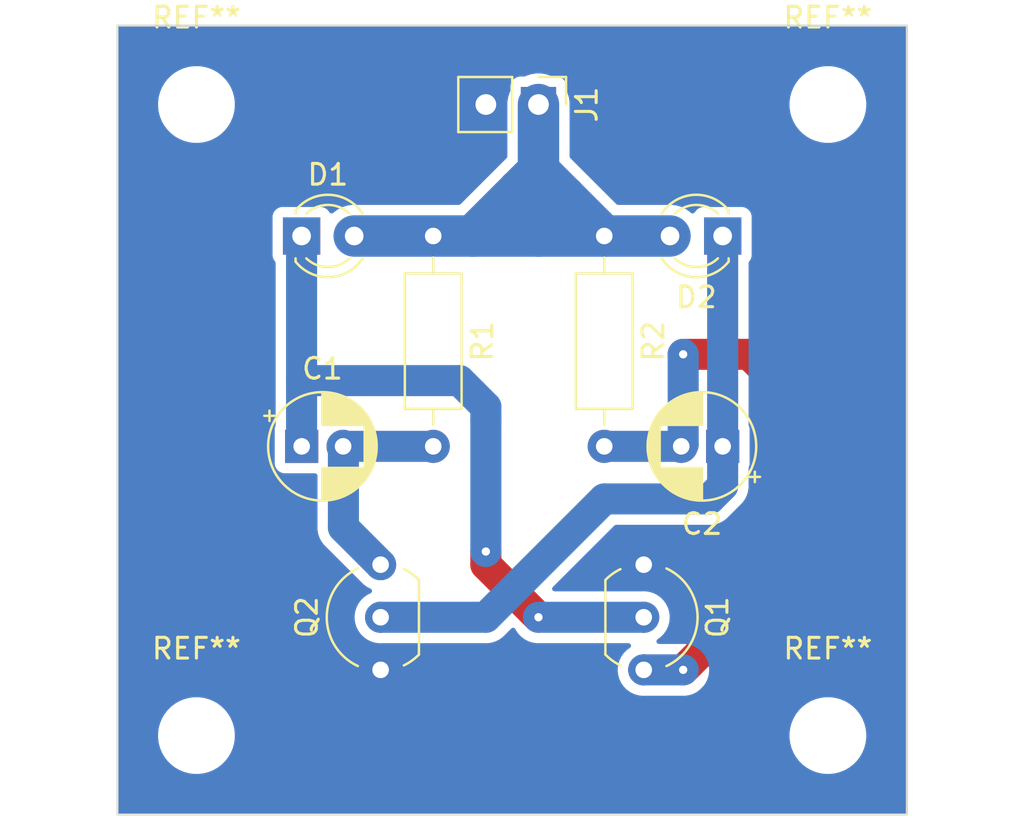
<source format=kicad_pcb>
(kicad_pcb (version 20240108) (generator "pcbnew") (generator_version "8.0")
  (layers (0 "F.Cu" signal) (31 "B.Cu" signal) (34 "B.Paste" user) (35 "F.Paste" user) (36 "B.SilkS" user "B.Silkscreen") (37 "F.SilkS" user "F.Silkscreen") (38 "B.Mask" user) (39 "F.Mask" user) (44 "Edge.Cuts" user))
  (net 0 "")
  (net 1 "Net-(D1-K)")
  (net 2 "Net-(Q2-B)")
  (net 3 "Net-(D2-K)")
  (net 4 "Net-(Q1-B)")
  (net 5 "VCC")
  (net 6 "GND")
  (footprint "MountingHole:MountingHole_3.2mm_M3" (layer "F.Cu") (at 181.61 110.49)
    (property "Reference" "REF**" (at 0 -4.2 0) (layer "F.SilkS"))
    (property "Value" "MountingHole_3.2mm_M3")
    (pad "" np_thru_hole circle (at 0 0) (size 3.2 3.2) (drill 3.2) (layers "F&B.Cu" "*.Mask"))
  )
  (footprint "Package_TO_SOT_THT:TO-92_Inline_Wide" (layer "F.Cu") (at 190.5 107.315 90)
    (property "Reference" "Q2" (at 2.54 -3.56 90) (layer "F.SilkS"))
    (property "Value" "2SC1815")
    (fp_line (start 0.74 1.85) (end 4.34 1.85) (stroke (width 0.12)) (layer "F.SilkS"))
    (fp_arc (start 2.54 -2.6) (mid 3.936979 -2.192818) (end 4.8964 -1.098807) (stroke (width 0.12)) (layer "F.SilkS"))
    (fp_arc (start 0.1836 -1.098807) (mid 1.143021 -2.192817) (end 2.54 -2.6) (stroke (width 0.12)) (layer "F.SilkS"))
    (fp_arc (start 4.864184 1.122795) (mid 4.633903 1.509328) (end 4.34 1.85) (stroke (width 0.12)) (layer "F.SilkS"))
    (fp_arc (start 0.74 1.85) (mid 0.446097 1.509328) (end 0.215816 1.122795) (stroke (width 0.12)) (layer "F.SilkS"))
    (pad "1" thru_hole rect (at 0 0 90) (size 1.5 1.5) (drill 0.8) (layers "*.Cu" "*.Mask") (net 6 "GND"))
    (pad "2" thru_hole circle (at 2.54 0 90) (size 1.5 1.5) (drill 0.8) (layers "*.Cu" "*.Mask") (net 3 "Net-(D2-K)"))
    (pad "3" thru_hole circle (at 5.08 0 90) (size 1.5 1.5) (drill 0.8) (layers "*.Cu" "*.Mask") (net 2 "Net-(Q2-B)"))
  )
  (footprint "LED_THT:LED_D3.0mm" (layer "F.Cu") (at 207.01 86.36 180)
    (property "Reference" "D2" (at 1.27 -2.96 360) (layer "F.SilkS"))
    (property "Value" "LED")
    (fp_line (start -0.29 1.08) (end -0.29 1.236) (stroke (width 0.12)) (layer "F.SilkS"))
    (fp_line (start -0.29 -1.236) (end -0.29 -1.08) (stroke (width 0.12)) (layer "F.SilkS"))
    (fp_arc (start 2.942335 1.078608) (mid 1.366487 1.987659) (end -0.29 1.235516) (stroke (width 0.12)) (layer "F.SilkS"))
    (fp_arc (start 2.31113 1.079837) (mid 1.270117 1.5) (end 0.229039 1.08) (stroke (width 0.12)) (layer "F.SilkS"))
    (fp_arc (start 0.229039 -1.08) (mid 1.270117 -1.5) (end 2.31113 -1.079837) (stroke (width 0.12)) (layer "F.SilkS"))
    (fp_arc (start -0.29 -1.235516) (mid 1.366487 -1.987659) (end 2.942335 -1.078608) (stroke (width 0.12)) (layer "F.SilkS"))
    (pad "1" thru_hole rect (at 0 0 180) (size 1.8 1.8) (drill 0.9) (layers "*.Cu" "*.Mask") (net 3 "Net-(D2-K)"))
    (pad "2" thru_hole circle (at 2.54 0 180) (size 1.8 1.8) (drill 0.9) (layers "*.Cu" "*.Mask") (net 5 "VCC"))
  )
  (footprint "MountingHole:MountingHole_3.2mm_M3" (layer "F.Cu") (at 212.09 110.49)
    (property "Reference" "REF**" (at 0 -4.2 0) (layer "F.SilkS"))
    (property "Value" "MountingHole_3.2mm_M3")
    (pad "" np_thru_hole circle (at 0 0) (size 3.2 3.2) (drill 3.2) (layers "F&B.Cu" "*.Mask"))
  )
  (footprint "Resistor_THT:R_Axial_DIN0207_L6.3mm_D2.5mm_P10.16mm_Horizontal" (layer "F.Cu") (at 193.04 86.36 -90)
    (property "Reference" "R1" (at 5.08 -2.37 90) (layer "F.SilkS"))
    (property "Value" "100k")
    (fp_line (start 1.81 1.37) (end 8.35 1.37) (stroke (width 0.12)) (layer "F.SilkS"))
    (fp_line (start 8.35 1.37) (end 8.35 -1.37) (stroke (width 0.12)) (layer "F.SilkS"))
    (fp_line (start 1.04 0) (end 1.81 0) (stroke (width 0.12)) (layer "F.SilkS"))
    (fp_line (start 9.12 0) (end 8.35 0) (stroke (width 0.12)) (layer "F.SilkS"))
    (fp_line (start 1.81 -1.37) (end 1.81 1.37) (stroke (width 0.12)) (layer "F.SilkS"))
    (fp_line (start 8.35 -1.37) (end 1.81 -1.37) (stroke (width 0.12)) (layer "F.SilkS"))
    (pad "1" thru_hole circle (at 0 0 270) (size 1.6 1.6) (drill 0.8) (layers "*.Cu" "*.Mask") (net 5 "VCC"))
    (pad "2" thru_hole oval (at 10.16 0 270) (size 1.6 1.6) (drill 0.8) (layers "*.Cu" "*.Mask") (net 2 "Net-(Q2-B)"))
  )
  (footprint "MountingHole:MountingHole_3.2mm_M3" (layer "F.Cu") (at 181.61 80.01)
    (property "Reference" "REF**" (at 0 -4.2 0) (layer "F.SilkS"))
    (property "Value" "MountingHole_3.2mm_M3")
    (pad "" np_thru_hole circle (at 0 0) (size 3.2 3.2) (drill 3.2) (layers "*.Cu" "*.Mask"))
  )
  (footprint "Capacitor_THT:CP_Radial_D5.0mm_P2.00mm" (layer "F.Cu") (at 207.01 96.52 180)
    (property "Reference" "C2" (at 1 -3.75 360) (layer "F.SilkS"))
    (property "Value" "100u")
    (fp_line (start 3.601 -0.284) (end 3.601 0.284) (stroke (width 0.12)) (layer "F.SilkS"))
    (fp_line (start 3.561 -0.518) (end 3.561 0.518) (stroke (width 0.12)) (layer "F.SilkS"))
    (fp_line (start 3.521 -0.677) (end 3.521 0.677) (stroke (width 0.12)) (layer "F.SilkS"))
    (fp_line (start 3.481 -0.805) (end 3.481 0.805) (stroke (width 0.12)) (layer "F.SilkS"))
    (fp_line (start 3.441 -0.915) (end 3.441 0.915) (stroke (width 0.12)) (layer "F.SilkS"))
    (fp_line (start 3.401 -1.011) (end 3.401 1.011) (stroke (width 0.12)) (layer "F.SilkS"))
    (fp_line (start 3.361 -1.098) (end 3.361 1.098) (stroke (width 0.12)) (layer "F.SilkS"))
    (fp_line (start 3.321 -1.178) (end 3.321 1.178) (stroke (width 0.12)) (layer "F.SilkS"))
    (fp_line (start 3.281 -1.251) (end 3.281 1.251) (stroke (width 0.12)) (layer "F.SilkS"))
    (fp_line (start 3.241 -1.319) (end 3.241 1.319) (stroke (width 0.12)) (layer "F.SilkS"))
    (fp_line (start 3.201 -1.383) (end 3.201 1.383) (stroke (width 0.12)) (layer "F.SilkS"))
    (fp_line (start 3.161 -1.443) (end 3.161 1.443) (stroke (width 0.12)) (layer "F.SilkS"))
    (fp_line (start 3.121 -1.5) (end 3.121 1.5) (stroke (width 0.12)) (layer "F.SilkS"))
    (fp_line (start 3.081 -1.554) (end 3.081 1.554) (stroke (width 0.12)) (layer "F.SilkS"))
    (fp_line (start 3.041 -1.605) (end 3.041 1.605) (stroke (width 0.12)) (layer "F.SilkS"))
    (fp_line (start 3.001 1.04) (end 3.001 1.653) (stroke (width 0.12)) (layer "F.SilkS"))
    (fp_line (start 3.001 -1.653) (end 3.001 -1.04) (stroke (width 0.12)) (layer "F.SilkS"))
    (fp_line (start 2.961 1.04) (end 2.961 1.699) (stroke (width 0.12)) (layer "F.SilkS"))
    (fp_line (start 2.961 -1.699) (end 2.961 -1.04) (stroke (width 0.12)) (layer "F.SilkS"))
    (fp_line (start 2.921 1.04) (end 2.921 1.743) (stroke (width 0.12)) (layer "F.SilkS"))
    (fp_line (start 2.921 -1.743) (end 2.921 -1.04) (stroke (width 0.12)) (layer "F.SilkS"))
    (fp_line (start 2.881 1.04) (end 2.881 1.785) (stroke (width 0.12)) (layer "F.SilkS"))
    (fp_line (start 2.881 -1.785) (end 2.881 -1.04) (stroke (width 0.12)) (layer "F.SilkS"))
    (fp_line (start 2.841 1.04) (end 2.841 1.826) (stroke (width 0.12)) (layer "F.SilkS"))
    (fp_line (start 2.841 -1.826) (end 2.841 -1.04) (stroke (width 0.12)) (layer "F.SilkS"))
    (fp_line (start 2.801 1.04) (end 2.801 1.864) (stroke (width 0.12)) (layer "F.SilkS"))
    (fp_line (start 2.801 -1.864) (end 2.801 -1.04) (stroke (width 0.12)) (layer "F.SilkS"))
    (fp_line (start 2.761 1.04) (end 2.761 1.901) (stroke (width 0.12)) (layer "F.SilkS"))
    (fp_line (start 2.761 -1.901) (end 2.761 -1.04) (stroke (width 0.12)) (layer "F.SilkS"))
    (fp_line (start 2.721 1.04) (end 2.721 1.937) (stroke (width 0.12)) (layer "F.SilkS"))
    (fp_line (start 2.721 -1.937) (end 2.721 -1.04) (stroke (width 0.12)) (layer "F.SilkS"))
    (fp_line (start 2.681 1.04) (end 2.681 1.971) (stroke (width 0.12)) (layer "F.SilkS"))
    (fp_line (start 2.681 -1.971) (end 2.681 -1.04) (stroke (width 0.12)) (layer "F.SilkS"))
    (fp_line (start 2.641 1.04) (end 2.641 2.004) (stroke (width 0.12)) (layer "F.SilkS"))
    (fp_line (start 2.641 -2.004) (end 2.641 -1.04) (stroke (width 0.12)) (layer "F.SilkS"))
    (fp_line (start 2.601 1.04) (end 2.601 2.035) (stroke (width 0.12)) (layer "F.SilkS"))
    (fp_line (start 2.601 -2.035) (end 2.601 -1.04) (stroke (width 0.12)) (layer "F.SilkS"))
    (fp_line (start 2.561 1.04) (end 2.561 2.065) (stroke (width 0.12)) (layer "F.SilkS"))
    (fp_line (start 2.561 -2.065) (end 2.561 -1.04) (stroke (width 0.12)) (layer "F.SilkS"))
    (fp_line (start 2.521 1.04) (end 2.521 2.095) (stroke (width 0.12)) (layer "F.SilkS"))
    (fp_line (start 2.521 -2.095) (end 2.521 -1.04) (stroke (width 0.12)) (layer "F.SilkS"))
    (fp_line (start 2.481 1.04) (end 2.481 2.122) (stroke (width 0.12)) (layer "F.SilkS"))
    (fp_line (start 2.481 -2.122) (end 2.481 -1.04) (stroke (width 0.12)) (layer "F.SilkS"))
    (fp_line (start 2.441 1.04) (end 2.441 2.149) (stroke (width 0.12)) (layer "F.SilkS"))
    (fp_line (start 2.441 -2.149) (end 2.441 -1.04) (stroke (width 0.12)) (layer "F.SilkS"))
    (fp_line (start 2.401 1.04) (end 2.401 2.175) (stroke (width 0.12)) (layer "F.SilkS"))
    (fp_line (start 2.401 -2.175) (end 2.401 -1.04) (stroke (width 0.12)) (layer "F.SilkS"))
    (fp_line (start 2.361 1.04) (end 2.361 2.2) (stroke (width 0.12)) (layer "F.SilkS"))
    (fp_line (start 2.361 -2.2) (end 2.361 -1.04) (stroke (width 0.12)) (layer "F.SilkS"))
    (fp_line (start 2.321 1.04) (end 2.321 2.224) (stroke (width 0.12)) (layer "F.SilkS"))
    (fp_line (start 2.321 -2.224) (end 2.321 -1.04) (stroke (width 0.12)) (layer "F.SilkS"))
    (fp_line (start 2.281 1.04) (end 2.281 2.247) (stroke (width 0.12)) (layer "F.SilkS"))
    (fp_line (start 2.281 -2.247) (end 2.281 -1.04) (stroke (width 0.12)) (layer "F.SilkS"))
    (fp_line (start 2.241 1.04) (end 2.241 2.268) (stroke (width 0.12)) (layer "F.SilkS"))
    (fp_line (start 2.241 -2.268) (end 2.241 -1.04) (stroke (width 0.12)) (layer "F.SilkS"))
    (fp_line (start 2.201 1.04) (end 2.201 2.29) (stroke (width 0.12)) (layer "F.SilkS"))
    (fp_line (start 2.201 -2.29) (end 2.201 -1.04) (stroke (width 0.12)) (layer "F.SilkS"))
    (fp_line (start 2.161 1.04) (end 2.161 2.31) (stroke (width 0.12)) (layer "F.SilkS"))
    (fp_line (start 2.161 -2.31) (end 2.161 -1.04) (stroke (width 0.12)) (layer "F.SilkS"))
    (fp_line (start 2.121 1.04) (end 2.121 2.329) (stroke (width 0.12)) (layer "F.SilkS"))
    (fp_line (start 2.121 -2.329) (end 2.121 -1.04) (stroke (width 0.12)) (layer "F.SilkS"))
    (fp_line (start 2.081 1.04) (end 2.081 2.348) (stroke (width 0.12)) (layer "F.SilkS"))
    (fp_line (start 2.081 -2.348) (end 2.081 -1.04) (stroke (width 0.12)) (layer "F.SilkS"))
    (fp_line (start 2.041 1.04) (end 2.041 2.365) (stroke (width 0.12)) (layer "F.SilkS"))
    (fp_line (start 2.041 -2.365) (end 2.041 -1.04) (stroke (width 0.12)) (layer "F.SilkS"))
    (fp_line (start 2.001 1.04) (end 2.001 2.382) (stroke (width 0.12)) (layer "F.SilkS"))
    (fp_line (start 2.001 -2.382) (end 2.001 -1.04) (stroke (width 0.12)) (layer "F.SilkS"))
    (fp_line (start 1.961 1.04) (end 1.961 2.398) (stroke (width 0.12)) (layer "F.SilkS"))
    (fp_line (start 1.961 -2.398) (end 1.961 -1.04) (stroke (width 0.12)) (layer "F.SilkS"))
    (fp_line (start 1.921 1.04) (end 1.921 2.414) (stroke (width 0.12)) (layer "F.SilkS"))
    (fp_line (start 1.921 -2.414) (end 1.921 -1.04) (stroke (width 0.12)) (layer "F.SilkS"))
    (fp_line (start 1.881 1.04) (end 1.881 2.428) (stroke (width 0.12)) (layer "F.SilkS"))
    (fp_line (start 1.881 -2.428) (end 1.881 -1.04) (stroke (width 0.12)) (layer "F.SilkS"))
    (fp_line (start 1.841 1.04) (end 1.841 2.442) (stroke (width 0.12)) (layer "F.SilkS"))
    (fp_line (start 1.841 -2.442) (end 1.841 -1.04) (stroke (width 0.12)) (layer "F.SilkS"))
    (fp_line (start 1.801 1.04) (end 1.801 2.455) (stroke (width 0.12)) (layer "F.SilkS"))
    (fp_line (start 1.801 -2.455) (end 1.801 -1.04) (stroke (width 0.12)) (layer "F.SilkS"))
    (fp_line (start 1.761 1.04) (end 1.761 2.468) (stroke (width 0.12)) (layer "F.SilkS"))
    (fp_line (start 1.761 -2.468) (end 1.761 -1.04) (stroke (width 0.12)) (layer "F.SilkS"))
    (fp_line (start 1.721 1.04) (end 1.721 2.48) (stroke (width 0.12)) (layer "F.SilkS"))
    (fp_line (start 1.721 -2.48) (end 1.721 -1.04) (stroke (width 0.12)) (layer "F.SilkS"))
    (fp_line (start 1.68 1.04) (end 1.68 2.491) (stroke (width 0.12)) (layer "F.SilkS"))
    (fp_line (start 1.68 -2.491) (end 1.68 -1.04) (stroke (width 0.12)) (layer "F.SilkS"))
    (fp_line (start 1.64 1.04) (end 1.64 2.501) (stroke (width 0.12)) (layer "F.SilkS"))
    (fp_line (start 1.64 -2.501) (end 1.64 -1.04) (stroke (width 0.12)) (layer "F.SilkS"))
    (fp_line (start 1.6 1.04) (end 1.6 2.511) (stroke (width 0.12)) (layer "F.SilkS"))
    (fp_line (start 1.6 -2.511) (end 1.6 -1.04) (stroke (width 0.12)) (layer "F.SilkS"))
    (fp_line (start 1.56 1.04) (end 1.56 2.52) (stroke (width 0.12)) (layer "F.SilkS"))
    (fp_line (start 1.56 -2.52) (end 1.56 -1.04) (stroke (width 0.12)) (layer "F.SilkS"))
    (fp_line (start 1.52 1.04) (end 1.52 2.528) (stroke (width 0.12)) (layer "F.SilkS"))
    (fp_line (start 1.52 -2.528) (end 1.52 -1.04) (stroke (width 0.12)) (layer "F.SilkS"))
    (fp_line (start 1.48 1.04) (end 1.48 2.536) (stroke (width 0.12)) (layer "F.SilkS"))
    (fp_line (start 1.48 -2.536) (end 1.48 -1.04) (stroke (width 0.12)) (layer "F.SilkS"))
    (fp_line (start 1.44 1.04) (end 1.44 2.543) (stroke (width 0.12)) (layer "F.SilkS"))
    (fp_line (start 1.44 -2.543) (end 1.44 -1.04) (stroke (width 0.12)) (layer "F.SilkS"))
    (fp_line (start 1.4 1.04) (end 1.4 2.55) (stroke (width 0.12)) (layer "F.SilkS"))
    (fp_line (start 1.4 -2.55) (end 1.4 -1.04) (stroke (width 0.12)) (layer "F.SilkS"))
    (fp_line (start 1.36 1.04) (end 1.36 2.556) (stroke (width 0.12)) (layer "F.SilkS"))
    (fp_line (start 1.36 -2.556) (end 1.36 -1.04) (stroke (width 0.12)) (layer "F.SilkS"))
    (fp_line (start 1.32 1.04) (end 1.32 2.561) (stroke (width 0.12)) (layer "F.SilkS"))
    (fp_line (start 1.32 -2.561) (end 1.32 -1.04) (stroke (width 0.12)) (layer "F.SilkS"))
    (fp_line (start 1.28 1.04) (end 1.28 2.565) (stroke (width 0.12)) (layer "F.SilkS"))
    (fp_line (start 1.28 -2.565) (end 1.28 -1.04) (stroke (width 0.12)) (layer "F.SilkS"))
    (fp_line (start 1.24 1.04) (end 1.24 2.569) (stroke (width 0.12)) (layer "F.SilkS"))
    (fp_line (start 1.24 -2.569) (end 1.24 -1.04) (stroke (width 0.12)) (layer "F.SilkS"))
    (fp_line (start 1.2 1.04) (end 1.2 2.573) (stroke (width 0.12)) (layer "F.SilkS"))
    (fp_line (start 1.2 -2.573) (end 1.2 -1.04) (stroke (width 0.12)) (layer "F.SilkS"))
    (fp_line (start 1.16 1.04) (end 1.16 2.576) (stroke (width 0.12)) (layer "F.SilkS"))
    (fp_line (start 1.16 -2.576) (end 1.16 -1.04) (stroke (width 0.12)) (layer "F.SilkS"))
    (fp_line (start 1.12 1.04) (end 1.12 2.578) (stroke (width 0.12)) (layer "F.SilkS"))
    (fp_line (start 1.12 -2.578) (end 1.12 -1.04) (stroke (width 0.12)) (layer "F.SilkS"))
    (fp_line (start 1.08 1.04) (end 1.08 2.579) (stroke (width 0.12)) (layer "F.SilkS"))
    (fp_line (start 1.08 -2.579) (end 1.08 -1.04) (stroke (width 0.12)) (layer "F.SilkS"))
    (fp_line (start 1.04 1.04) (end 1.04 2.58) (stroke (width 0.12)) (layer "F.SilkS"))
    (fp_line (start 1.04 -2.58) (end 1.04 -1.04) (stroke (width 0.12)) (layer "F.SilkS"))
    (fp_line (start 1 1.04) (end 1 2.58) (stroke (width 0.12)) (layer "F.SilkS"))
    (fp_line (start 1 -2.58) (end 1 -1.04) (stroke (width 0.12)) (layer "F.SilkS"))
    (fp_line (start -1.554775 -1.725) (end -1.554775 -1.225) (stroke (width 0.12)) (layer "F.SilkS"))
    (fp_line (start -1.804775 -1.475) (end -1.304775 -1.475) (stroke (width 0.12)) (layer "F.SilkS"))
    (fp_circle (center 1 0) (end 3.62 0) (stroke (width 0.12)) (fill none) (layer "F.SilkS"))
    (pad "1" thru_hole rect (at 0 0 180) (size 1.6 1.6) (drill 0.8) (layers "*.Cu" "*.Mask") (net 3 "Net-(D2-K)"))
    (pad "2" thru_hole circle (at 2 0 180) (size 1.6 1.6) (drill 0.8) (layers "*.Cu" "*.Mask") (net 4 "Net-(Q1-B)"))
  )
  (footprint "Resistor_THT:R_Axial_DIN0207_L6.3mm_D2.5mm_P10.16mm_Horizontal" (layer "F.Cu") (at 201.295 86.36 -90)
    (property "Reference" "R2" (at 5.08 -2.37 90) (layer "F.SilkS"))
    (property "Value" "100k")
    (fp_line (start 1.81 1.37) (end 8.35 1.37) (stroke (width 0.12)) (layer "F.SilkS"))
    (fp_line (start 8.35 1.37) (end 8.35 -1.37) (stroke (width 0.12)) (layer "F.SilkS"))
    (fp_line (start 1.04 0) (end 1.81 0) (stroke (width 0.12)) (layer "F.SilkS"))
    (fp_line (start 9.12 0) (end 8.35 0) (stroke (width 0.12)) (layer "F.SilkS"))
    (fp_line (start 1.81 -1.37) (end 1.81 1.37) (stroke (width 0.12)) (layer "F.SilkS"))
    (fp_line (start 8.35 -1.37) (end 1.81 -1.37) (stroke (width 0.12)) (layer "F.SilkS"))
    (pad "1" thru_hole circle (at 0 0 270) (size 1.6 1.6) (drill 0.8) (layers "*.Cu" "*.Mask") (net 5 "VCC"))
    (pad "2" thru_hole oval (at 10.16 0 270) (size 1.6 1.6) (drill 0.8) (layers "*.Cu" "*.Mask") (net 4 "Net-(Q1-B)"))
  )
  (footprint "Connector_PinHeader_2.54mm:PinHeader_1x02_P2.54mm_Vertical" (layer "F.Cu") (at 198.12 80.01 -90)
    (property "Reference" "J1" (at 0 -2.33 90) (layer "F.SilkS"))
    (property "Value" "Conn_01x02")
    (fp_line (start -1.33 3.87) (end 1.33 3.87) (stroke (width 0.12)) (layer "F.SilkS"))
    (fp_line (start -1.33 1.27) (end -1.33 3.87) (stroke (width 0.12)) (layer "F.SilkS"))
    (fp_line (start -1.33 1.27) (end 1.33 1.27) (stroke (width 0.12)) (layer "F.SilkS"))
    (fp_line (start 1.33 1.27) (end 1.33 3.87) (stroke (width 0.12)) (layer "F.SilkS"))
    (fp_line (start -1.33 0) (end -1.33 -1.33) (stroke (width 0.12)) (layer "F.SilkS"))
    (fp_line (start -1.33 -1.33) (end 0 -1.33) (stroke (width 0.12)) (layer "F.SilkS"))
    (pad "1" thru_hole rect (at 0 0 270) (size 1.7 1.7) (drill 1) (layers "*.Cu" "*.Mask") (net 5 "VCC"))
    (pad "2" thru_hole oval (at 0 2.54 270) (size 1.7 1.7) (drill 1) (layers "*.Cu" "*.Mask") (net 6 "GND"))
  )
  (footprint "Capacitor_THT:CP_Radial_D5.0mm_P2.00mm" (layer "F.Cu") (at 186.69 96.52)
    (property "Reference" "C1" (at 1 -3.75 0) (layer "F.SilkS"))
    (property "Value" "100u")
    (fp_line (start -1.804775 -1.475) (end -1.304775 -1.475) (stroke (width 0.12)) (layer "F.SilkS"))
    (fp_line (start -1.554775 -1.725) (end -1.554775 -1.225) (stroke (width 0.12)) (layer "F.SilkS"))
    (fp_line (start 1 -2.58) (end 1 -1.04) (stroke (width 0.12)) (layer "F.SilkS"))
    (fp_line (start 1 1.04) (end 1 2.58) (stroke (width 0.12)) (layer "F.SilkS"))
    (fp_line (start 1.04 -2.58) (end 1.04 -1.04) (stroke (width 0.12)) (layer "F.SilkS"))
    (fp_line (start 1.04 1.04) (end 1.04 2.58) (stroke (width 0.12)) (layer "F.SilkS"))
    (fp_line (start 1.08 -2.579) (end 1.08 -1.04) (stroke (width 0.12)) (layer "F.SilkS"))
    (fp_line (start 1.08 1.04) (end 1.08 2.579) (stroke (width 0.12)) (layer "F.SilkS"))
    (fp_line (start 1.12 -2.578) (end 1.12 -1.04) (stroke (width 0.12)) (layer "F.SilkS"))
    (fp_line (start 1.12 1.04) (end 1.12 2.578) (stroke (width 0.12)) (layer "F.SilkS"))
    (fp_line (start 1.16 -2.576) (end 1.16 -1.04) (stroke (width 0.12)) (layer "F.SilkS"))
    (fp_line (start 1.16 1.04) (end 1.16 2.576) (stroke (width 0.12)) (layer "F.SilkS"))
    (fp_line (start 1.2 -2.573) (end 1.2 -1.04) (stroke (width 0.12)) (layer "F.SilkS"))
    (fp_line (start 1.2 1.04) (end 1.2 2.573) (stroke (width 0.12)) (layer "F.SilkS"))
    (fp_line (start 1.24 -2.569) (end 1.24 -1.04) (stroke (width 0.12)) (layer "F.SilkS"))
    (fp_line (start 1.24 1.04) (end 1.24 2.569) (stroke (width 0.12)) (layer "F.SilkS"))
    (fp_line (start 1.28 -2.565) (end 1.28 -1.04) (stroke (width 0.12)) (layer "F.SilkS"))
    (fp_line (start 1.28 1.04) (end 1.28 2.565) (stroke (width 0.12)) (layer "F.SilkS"))
    (fp_line (start 1.32 -2.561) (end 1.32 -1.04) (stroke (width 0.12)) (layer "F.SilkS"))
    (fp_line (start 1.32 1.04) (end 1.32 2.561) (stroke (width 0.12)) (layer "F.SilkS"))
    (fp_line (start 1.36 -2.556) (end 1.36 -1.04) (stroke (width 0.12)) (layer "F.SilkS"))
    (fp_line (start 1.36 1.04) (end 1.36 2.556) (stroke (width 0.12)) (layer "F.SilkS"))
    (fp_line (start 1.4 -2.55) (end 1.4 -1.04) (stroke (width 0.12)) (layer "F.SilkS"))
    (fp_line (start 1.4 1.04) (end 1.4 2.55) (stroke (width 0.12)) (layer "F.SilkS"))
    (fp_line (start 1.44 -2.543) (end 1.44 -1.04) (stroke (width 0.12)) (layer "F.SilkS"))
    (fp_line (start 1.44 1.04) (end 1.44 2.543) (stroke (width 0.12)) (layer "F.SilkS"))
    (fp_line (start 1.48 -2.536) (end 1.48 -1.04) (stroke (width 0.12)) (layer "F.SilkS"))
    (fp_line (start 1.48 1.04) (end 1.48 2.536) (stroke (width 0.12)) (layer "F.SilkS"))
    (fp_line (start 1.52 -2.528) (end 1.52 -1.04) (stroke (width 0.12)) (layer "F.SilkS"))
    (fp_line (start 1.52 1.04) (end 1.52 2.528) (stroke (width 0.12)) (layer "F.SilkS"))
    (fp_line (start 1.56 -2.52) (end 1.56 -1.04) (stroke (width 0.12)) (layer "F.SilkS"))
    (fp_line (start 1.56 1.04) (end 1.56 2.52) (stroke (width 0.12)) (layer "F.SilkS"))
    (fp_line (start 1.6 -2.511) (end 1.6 -1.04) (stroke (width 0.12)) (layer "F.SilkS"))
    (fp_line (start 1.6 1.04) (end 1.6 2.511) (stroke (width 0.12)) (layer "F.SilkS"))
    (fp_line (start 1.64 -2.501) (end 1.64 -1.04) (stroke (width 0.12)) (layer "F.SilkS"))
    (fp_line (start 1.64 1.04) (end 1.64 2.501) (stroke (width 0.12)) (layer "F.SilkS"))
    (fp_line (start 1.68 -2.491) (end 1.68 -1.04) (stroke (width 0.12)) (layer "F.SilkS"))
    (fp_line (start 1.68 1.04) (end 1.68 2.491) (stroke (width 0.12)) (layer "F.SilkS"))
    (fp_line (start 1.721 -2.48) (end 1.721 -1.04) (stroke (width 0.12)) (layer "F.SilkS"))
    (fp_line (start 1.721 1.04) (end 1.721 2.48) (stroke (width 0.12)) (layer "F.SilkS"))
    (fp_line (start 1.761 -2.468) (end 1.761 -1.04) (stroke (width 0.12)) (layer "F.SilkS"))
    (fp_line (start 1.761 1.04) (end 1.761 2.468) (stroke (width 0.12)) (layer "F.SilkS"))
    (fp_line (start 1.801 -2.455) (end 1.801 -1.04) (stroke (width 0.12)) (layer "F.SilkS"))
    (fp_line (start 1.801 1.04) (end 1.801 2.455) (stroke (width 0.12)) (layer "F.SilkS"))
    (fp_line (start 1.841 -2.442) (end 1.841 -1.04) (stroke (width 0.12)) (layer "F.SilkS"))
    (fp_line (start 1.841 1.04) (end 1.841 2.442) (stroke (width 0.12)) (layer "F.SilkS"))
    (fp_line (start 1.881 -2.428) (end 1.881 -1.04) (stroke (width 0.12)) (layer "F.SilkS"))
    (fp_line (start 1.881 1.04) (end 1.881 2.428) (stroke (width 0.12)) (layer "F.SilkS"))
    (fp_line (start 1.921 -2.414) (end 1.921 -1.04) (stroke (width 0.12)) (layer "F.SilkS"))
    (fp_line (start 1.921 1.04) (end 1.921 2.414) (stroke (width 0.12)) (layer "F.SilkS"))
    (fp_line (start 1.961 -2.398) (end 1.961 -1.04) (stroke (width 0.12)) (layer "F.SilkS"))
    (fp_line (start 1.961 1.04) (end 1.961 2.398) (stroke (width 0.12)) (layer "F.SilkS"))
    (fp_line (start 2.001 -2.382) (end 2.001 -1.04) (stroke (width 0.12)) (layer "F.SilkS"))
    (fp_line (start 2.001 1.04) (end 2.001 2.382) (stroke (width 0.12)) (layer "F.SilkS"))
    (fp_line (start 2.041 -2.365) (end 2.041 -1.04) (stroke (width 0.12)) (layer "F.SilkS"))
    (fp_line (start 2.041 1.04) (end 2.041 2.365) (stroke (width 0.12)) (layer "F.SilkS"))
    (fp_line (start 2.081 -2.348) (end 2.081 -1.04) (stroke (width 0.12)) (layer "F.SilkS"))
    (fp_line (start 2.081 1.04) (end 2.081 2.348) (stroke (width 0.12)) (layer "F.SilkS"))
    (fp_line (start 2.121 -2.329) (end 2.121 -1.04) (stroke (width 0.12)) (layer "F.SilkS"))
    (fp_line (start 2.121 1.04) (end 2.121 2.329) (stroke (width 0.12)) (layer "F.SilkS"))
    (fp_line (start 2.161 -2.31) (end 2.161 -1.04) (stroke (width 0.12)) (layer "F.SilkS"))
    (fp_line (start 2.161 1.04) (end 2.161 2.31) (stroke (width 0.12)) (layer "F.SilkS"))
    (fp_line (start 2.201 -2.29) (end 2.201 -1.04) (stroke (width 0.12)) (layer "F.SilkS"))
    (fp_line (start 2.201 1.04) (end 2.201 2.29) (stroke (width 0.12)) (layer "F.SilkS"))
    (fp_line (start 2.241 -2.268) (end 2.241 -1.04) (stroke (width 0.12)) (layer "F.SilkS"))
    (fp_line (start 2.241 1.04) (end 2.241 2.268) (stroke (width 0.12)) (layer "F.SilkS"))
    (fp_line (start 2.281 -2.247) (end 2.281 -1.04) (stroke (width 0.12)) (layer "F.SilkS"))
    (fp_line (start 2.281 1.04) (end 2.281 2.247) (stroke (width 0.12)) (layer "F.SilkS"))
    (fp_line (start 2.321 -2.224) (end 2.321 -1.04) (stroke (width 0.12)) (layer "F.SilkS"))
    (fp_line (start 2.321 1.04) (end 2.321 2.224) (stroke (width 0.12)) (layer "F.SilkS"))
    (fp_line (start 2.361 -2.2) (end 2.361 -1.04) (stroke (width 0.12)) (layer "F.SilkS"))
    (fp_line (start 2.361 1.04) (end 2.361 2.2) (stroke (width 0.12)) (layer "F.SilkS"))
    (fp_line (start 2.401 -2.175) (end 2.401 -1.04) (stroke (width 0.12)) (layer "F.SilkS"))
    (fp_line (start 2.401 1.04) (end 2.401 2.175) (stroke (width 0.12)) (layer "F.SilkS"))
    (fp_line (start 2.441 -2.149) (end 2.441 -1.04) (stroke (width 0.12)) (layer "F.SilkS"))
    (fp_line (start 2.441 1.04) (end 2.441 2.149) (stroke (width 0.12)) (layer "F.SilkS"))
    (fp_line (start 2.481 -2.122) (end 2.481 -1.04) (stroke (width 0.12)) (layer "F.SilkS"))
    (fp_line (start 2.481 1.04) (end 2.481 2.122) (stroke (width 0.12)) (layer "F.SilkS"))
    (fp_line (start 2.521 -2.095) (end 2.521 -1.04) (stroke (width 0.12)) (layer "F.SilkS"))
    (fp_line (start 2.521 1.04) (end 2.521 2.095) (stroke (width 0.12)) (layer "F.SilkS"))
    (fp_line (start 2.561 -2.065) (end 2.561 -1.04) (stroke (width 0.12)) (layer "F.SilkS"))
    (fp_line (start 2.561 1.04) (end 2.561 2.065) (stroke (width 0.12)) (layer "F.SilkS"))
    (fp_line (start 2.601 -2.035) (end 2.601 -1.04) (stroke (width 0.12)) (layer "F.SilkS"))
    (fp_line (start 2.601 1.04) (end 2.601 2.035) (stroke (width 0.12)) (layer "F.SilkS"))
    (fp_line (start 2.641 -2.004) (end 2.641 -1.04) (stroke (width 0.12)) (layer "F.SilkS"))
    (fp_line (start 2.641 1.04) (end 2.641 2.004) (stroke (width 0.12)) (layer "F.SilkS"))
    (fp_line (start 2.681 -1.971) (end 2.681 -1.04) (stroke (width 0.12)) (layer "F.SilkS"))
    (fp_line (start 2.681 1.04) (end 2.681 1.971) (stroke (width 0.12)) (layer "F.SilkS"))
    (fp_line (start 2.721 -1.937) (end 2.721 -1.04) (stroke (width 0.12)) (layer "F.SilkS"))
    (fp_line (start 2.721 1.04) (end 2.721 1.937) (stroke (width 0.12)) (layer "F.SilkS"))
    (fp_line (start 2.761 -1.901) (end 2.761 -1.04) (stroke (width 0.12)) (layer "F.SilkS"))
    (fp_line (start 2.761 1.04) (end 2.761 1.901) (stroke (width 0.12)) (layer "F.SilkS"))
    (fp_line (start 2.801 -1.864) (end 2.801 -1.04) (stroke (width 0.12)) (layer "F.SilkS"))
    (fp_line (start 2.801 1.04) (end 2.801 1.864) (stroke (width 0.12)) (layer "F.SilkS"))
    (fp_line (start 2.841 -1.826) (end 2.841 -1.04) (stroke (width 0.12)) (layer "F.SilkS"))
    (fp_line (start 2.841 1.04) (end 2.841 1.826) (stroke (width 0.12)) (layer "F.SilkS"))
    (fp_line (start 2.881 -1.785) (end 2.881 -1.04) (stroke (width 0.12)) (layer "F.SilkS"))
    (fp_line (start 2.881 1.04) (end 2.881 1.785) (stroke (width 0.12)) (layer "F.SilkS"))
    (fp_line (start 2.921 -1.743) (end 2.921 -1.04) (stroke (width 0.12)) (layer "F.SilkS"))
    (fp_line (start 2.921 1.04) (end 2.921 1.743) (stroke (width 0.12)) (layer "F.SilkS"))
    (fp_line (start 2.961 -1.699) (end 2.961 -1.04) (stroke (width 0.12)) (layer "F.SilkS"))
    (fp_line (start 2.961 1.04) (end 2.961 1.699) (stroke (width 0.12)) (layer "F.SilkS"))
    (fp_line (start 3.001 -1.653) (end 3.001 -1.04) (stroke (width 0.12)) (layer "F.SilkS"))
    (fp_line (start 3.001 1.04) (end 3.001 1.653) (stroke (width 0.12)) (layer "F.SilkS"))
    (fp_line (start 3.041 -1.605) (end 3.041 1.605) (stroke (width 0.12)) (layer "F.SilkS"))
    (fp_line (start 3.081 -1.554) (end 3.081 1.554) (stroke (width 0.12)) (layer "F.SilkS"))
    (fp_line (start 3.121 -1.5) (end 3.121 1.5) (stroke (width 0.12)) (layer "F.SilkS"))
    (fp_line (start 3.161 -1.443) (end 3.161 1.443) (stroke (width 0.12)) (layer "F.SilkS"))
    (fp_line (start 3.201 -1.383) (end 3.201 1.383) (stroke (width 0.12)) (layer "F.SilkS"))
    (fp_line (start 3.241 -1.319) (end 3.241 1.319) (stroke (width 0.12)) (layer "F.SilkS"))
    (fp_line (start 3.281 -1.251) (end 3.281 1.251) (stroke (width 0.12)) (layer "F.SilkS"))
    (fp_line (start 3.321 -1.178) (end 3.321 1.178) (stroke (width 0.12)) (layer "F.SilkS"))
    (fp_line (start 3.361 -1.098) (end 3.361 1.098) (stroke (width 0.12)) (layer "F.SilkS"))
    (fp_line (start 3.401 -1.011) (end 3.401 1.011) (stroke (width 0.12)) (layer "F.SilkS"))
    (fp_line (start 3.441 -0.915) (end 3.441 0.915) (stroke (width 0.12)) (layer "F.SilkS"))
    (fp_line (start 3.481 -0.805) (end 3.481 0.805) (stroke (width 0.12)) (layer "F.SilkS"))
    (fp_line (start 3.521 -0.677) (end 3.521 0.677) (stroke (width 0.12)) (layer "F.SilkS"))
    (fp_line (start 3.561 -0.518) (end 3.561 0.518) (stroke (width 0.12)) (layer "F.SilkS"))
    (fp_line (start 3.601 -0.284) (end 3.601 0.284) (stroke (width 0.12)) (layer "F.SilkS"))
    (fp_circle (center 1 0) (end 3.62 0) (stroke (width 0.12)) (fill none) (layer "F.SilkS"))
    (pad "1" thru_hole rect (at 0 0) (size 1.6 1.6) (drill 0.8) (layers "*.Cu" "*.Mask") (net 1 "Net-(D1-K)"))
    (pad "2" thru_hole circle (at 2 0) (size 1.6 1.6) (drill 0.8) (layers "*.Cu" "*.Mask") (net 2 "Net-(Q2-B)"))
  )
  (footprint "MountingHole:MountingHole_3.2mm_M3" (layer "F.Cu") (at 212.09 80.01)
    (property "Reference" "REF**" (at 0 -4.2 0) (layer "F.SilkS"))
    (property "Value" "MountingHole_3.2mm_M3")
    (pad "" np_thru_hole circle (at 0 0) (size 3.2 3.2) (drill 3.2) (layers "F&B.Cu" "*.Mask"))
  )
  (footprint "LED_THT:LED_D3.0mm" (layer "F.Cu") (at 186.685 86.36)
    (property "Reference" "D1" (at 1.27 -2.96 0) (layer "F.SilkS"))
    (property "Value" "LED")
    (fp_line (start -0.29 -1.236) (end -0.29 -1.08) (stroke (width 0.12)) (layer "F.SilkS"))
    (fp_line (start -0.29 1.08) (end -0.29 1.236) (stroke (width 0.12)) (layer "F.SilkS"))
    (fp_arc (start -0.29 -1.235516) (mid 1.366487 -1.987659) (end 2.942335 -1.078608) (stroke (width 0.12)) (layer "F.SilkS"))
    (fp_arc (start 0.229039 -1.08) (mid 1.270117 -1.5) (end 2.31113 -1.079837) (stroke (width 0.12)) (layer "F.SilkS"))
    (fp_arc (start 2.31113 1.079837) (mid 1.270117 1.5) (end 0.229039 1.08) (stroke (width 0.12)) (layer "F.SilkS"))
    (fp_arc (start 2.942335 1.078608) (mid 1.366487 1.987659) (end -0.29 1.235516) (stroke (width 0.12)) (layer "F.SilkS"))
    (pad "1" thru_hole rect (at 0 0) (size 1.8 1.8) (drill 0.9) (layers "*.Cu" "*.Mask") (net 1 "Net-(D1-K)"))
    (pad "2" thru_hole circle (at 2.54 0) (size 1.8 1.8) (drill 0.9) (layers "*.Cu" "*.Mask") (net 5 "VCC"))
  )
  (footprint "Package_TO_SOT_THT:TO-92_Inline_Wide" (layer "F.Cu") (at 203.2 102.235 -90)
    (property "Reference" "Q1" (at 2.54 -3.56 90) (layer "F.SilkS"))
    (property "Value" "2SC1815")
    (fp_line (start 0.74 1.85) (end 4.34 1.85) (stroke (width 0.12)) (layer "F.SilkS"))
    (fp_arc (start 0.74 1.85) (mid 0.446097 1.509328) (end 0.215816 1.122795) (stroke (width 0.12)) (layer "F.SilkS"))
    (fp_arc (start 4.864184 1.122795) (mid 4.633903 1.509328) (end 4.34 1.85) (stroke (width 0.12)) (layer "F.SilkS"))
    (fp_arc (start 0.1836 -1.098807) (mid 1.143021 -2.192817) (end 2.54 -2.6) (stroke (width 0.12)) (layer "F.SilkS"))
    (fp_arc (start 2.54 -2.6) (mid 3.936979 -2.192818) (end 4.8964 -1.098807) (stroke (width 0.12)) (layer "F.SilkS"))
    (pad "1" thru_hole rect (at 0 0 270) (size 1.5 1.5) (drill 0.8) (layers "*.Cu" "*.Mask") (net 6 "GND"))
    (pad "2" thru_hole circle (at 2.54 0 270) (size 1.5 1.5) (drill 0.8) (layers "*.Cu" "*.Mask") (net 1 "Net-(D1-K)"))
    (pad "3" thru_hole circle (at 5.08 0 270) (size 1.5 1.5) (drill 0.8) (layers "*.Cu" "*.Mask") (net 4 "Net-(Q1-B)"))
  )
  (gr_rect (start 177.8 76.2) (end 215.9 114.3) (stroke (width 0.1)) (fill none) (layer "Edge.Cuts"))
  (segment (start 195.58 102.235) (end 195.58 101.6) (width 1.5) (layer "F.Cu") (net 1))
  (segment (start 198.12 104.775) (end 195.58 102.235) (width 1.5) (layer "F.Cu") (net 1))
  (via (at 195.58 101.6) (size 0.8) (drill 0.4) (layers "F.Cu" "B.Cu") (net 1))
  (via (at 198.12 104.775) (size 0.8) (drill 0.4) (layers "F.Cu" "B.Cu") (net 1))
  (segment (start 194.31 93.345) (end 194.945 93.98) (width 1.5) (layer "B.Cu") (net 1))
  (segment (start 198.12 104.775) (end 203.2 104.775) (width 1.5) (layer "B.Cu") (net 1))
  (segment (start 195.58 95.25) (end 195.58 101.6) (width 1.5) (layer "B.Cu") (net 1))
  (segment (start 186.685 93.345) (end 186.685 96.200112) (width 1.5) (layer "B.Cu") (net 1))
  (segment (start 186.685 86.36) (end 186.685 93.345) (width 1.5) (layer "B.Cu") (net 1))
  (segment (start 195.58 94.615) (end 195.58 95.25) (width 1.5) (layer "B.Cu") (net 1))
  (segment (start 194.945 93.98) (end 195.58 94.615) (width 1.5) (layer "B.Cu") (net 1))
  (segment (start 186.685 93.345) (end 194.31 93.345) (width 1.5) (layer "B.Cu") (net 1))
  (segment (start 188.704888 100.439888) (end 188.704888 96.52) (width 1.5) (layer "B.Cu") (net 2))
  (segment (start 188.704888 96.52) (end 193.04 96.52) (width 1.5) (layer "B.Cu") (net 2))
  (segment (start 190.5 102.235) (end 188.704888 100.439888) (width 1.5) (layer "B.Cu") (net 2))
  (segment (start 201.295 99.06) (end 206.375 99.06) (width 1.5) (layer "B.Cu") (net 3))
  (segment (start 207.01 98.425) (end 207.01 96.52) (width 1.5) (layer "B.Cu") (net 3))
  (segment (start 190.5 104.775) (end 195.58 104.775) (width 1.5) (layer "B.Cu") (net 3))
  (segment (start 206.375 99.06) (end 207.01 98.425) (width 1.5) (layer "B.Cu") (net 3))
  (segment (start 207.01 86.36) (end 207.01 96.52) (width 1.5) (layer "B.Cu") (net 3))
  (segment (start 195.58 104.775) (end 201.295 99.06) (width 1.5) (layer "B.Cu") (net 3))
  (segment (start 211.455 100.965) (end 205.105 107.315) (width 1.5) (layer "F.Cu") (net 4))
  (segment (start 208.28 92.075) (end 211.455 95.25) (width 1.5) (layer "F.Cu") (net 4))
  (segment (start 211.455 95.25) (end 211.455 100.965) (width 1.5) (layer "F.Cu") (net 4))
  (segment (start 205.105 92.075) (end 208.28 92.075) (width 1.5) (layer "F.Cu") (net 4))
  (via (at 205.105 107.315) (size 0.8) (drill 0.4) (layers "F.Cu" "B.Cu") (net 4))
  (via (at 205.105 92.075) (size 0.8) (drill 0.4) (layers "F.Cu" "B.Cu") (net 4))
  (segment (start 201.295 96.52) (end 205.01 96.52) (width 1.5) (layer "B.Cu") (net 4))
  (segment (start 203.2 107.315) (end 205.105 107.315) (width 1.5) (layer "B.Cu") (net 4))
  (segment (start 205.105 96.425) (end 205.01 96.52) (width 1.5) (layer "B.Cu") (net 4))
  (segment (start 205.105 92.075) (end 205.105 96.425) (width 1.5) (layer "B.Cu") (net 4))
  (segment (start 198.12 83.185) (end 197.1675 84.1375) (width 2) (layer "B.Cu") (net 5))
  (segment (start 198.12 86.36) (end 194.945 86.36) (width 2) (layer "B.Cu") (net 5))
  (segment (start 198.12 83.185) (end 199.39 84.455) (width 2) (layer "B.Cu") (net 5))
  (segment (start 194.945 86.36) (end 189.225 86.36) (width 2) (layer "B.Cu") (net 5))
  (segment (start 199.39 84.455) (end 199.39 84.7725) (width 2) (layer "B.Cu") (net 5))
  (segment (start 199.39 84.7725) (end 198.12 86.0425) (width 2) (layer "B.Cu") (net 5))
  (segment (start 199.39 84.455) (end 201.295 86.36) (width 2) (layer "B.Cu") (net 5))
  (segment (start 197.1675 84.1375) (end 194.945 86.36) (width 2) (layer "B.Cu") (net 5))
  (segment (start 198.12 86.0425) (end 197.1675 85.09) (width 2) (layer "B.Cu") (net 5))
  (segment (start 198.12 80.01) (end 198.12 83.185) (width 2) (layer "B.Cu") (net 5))
  (segment (start 198.12 86.36) (end 198.12 86.0425) (width 2) (layer "B.Cu") (net 5))
  (segment (start 197.1675 84.1375) (end 197.1675 85.09) (width 2) (layer "B.Cu") (net 5))
  (segment (start 201.295 86.36) (end 198.12 86.36) (width 2) (layer "B.Cu") (net 5))
  (segment (start 201.295 86.36) (end 204.47 86.36) (width 2) (layer "B.Cu") (net 5))
  (segment (start 190.5 107.315) (end 190.5 109.855) (width 2) (layer "B.Cu") (net 6))
  (segment (start 188.835 80.01) (end 181.61 87.235) (width 2) (layer "B.Cu") (net 6))
  (segment (start 207.645 102.87) (end 207.645 107.95) (width 2) (layer "B.Cu") (net 6))
  (segment (start 187.96 107.315) (end 187.75 107.315) (width 2) (layer "B.Cu") (net 6))
  (segment (start 195.58 80.01) (end 188.835 80.01) (width 2) (layer "B.Cu") (net 6))
  (segment (start 207.645 107.95) (end 204.47 111.125) (width 2) (layer "B.Cu") (net 6))
  (segment (start 190.8175 110.1725) (end 187.96 107.315) (width 2) (layer "B.Cu") (net 6))
  (segment (start 181.61 101.175) (end 187.75 107.315) (width 2) (layer "B.Cu") (net 6))
  (segment (start 191.77 111.125) (end 190.8175 110.1725) (width 2) (layer "B.Cu") (net 6))
  (segment (start 207.01 102.235) (end 207.645 102.87) (width 2) (layer "B.Cu") (net 6))
  (segment (start 204.47 111.125) (end 191.77 111.125) (width 2) (layer "B.Cu") (net 6))
  (segment (start 203.2 102.235) (end 207.01 102.235) (width 2) (layer "B.Cu") (net 6))
  (segment (start 181.61 87.235) (end 181.61 101.175) (width 2) (layer "B.Cu") (net 6))
  (segment (start 187.75 107.315) (end 190.5 107.315) (width 2) (layer "B.Cu") (net 6))
  (segment (start 190.5 109.855) (end 190.8175 110.1725) (width 2) (layer "B.Cu") (net 6))
  (zone (net 6) (net_name "GND") (layer "B.Cu") (connect_pads yes (clearance 0.5)) (min_thickness 0.25) (fill yes (thermal_gap 0.5) (thermal_bridge_width 0.5))
    (polygon (pts (xy 177.8 76.2) (xy 215.9 76.2) (xy 215.9 114.3) (xy 177.8 114.3)))
  )
)
</source>
